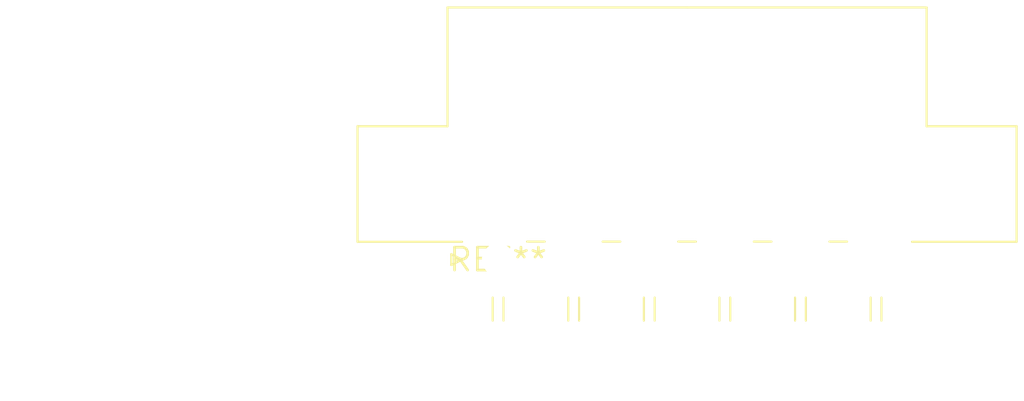
<source format=kicad_pcb>
(kicad_pcb (version 20240108) (generator pcbnew)
  (layers (0 "F.Cu" signal) (31 "B.Cu" signal) (34 "B.Paste" user) (35 "F.Paste" user) (36 "B.SilkS" user "B.Silkscreen") (37 "F.SilkS" user "F.Silkscreen") (38 "B.Mask" user) (39 "F.Mask" user) (44 "Edge.Cuts" user))
  (net 0 "")
  (footprint "Molex_Mini-Fit_Jr_5569-12A1_2x06_P4.20mm_Horizontal" (layer "F.Cu") (at 0 0)
    (property "Reference" "REF**")
    (property "Value" "Molex_Mini-Fit_Jr_5569-12A1_2x06_P4.20mm_Horizontal")
    (fp_line (start -7.81 -7.41) (end -7.81 -0.99) (layer "F.SilkS") (stroke (width 0.12)))
    (fp_line (start -7.81 -0.99) (end -2 -0.99) (layer "F.SilkS") (stroke (width 0.12)))
    (fp_line (start -2.81 -14.01) (end -2.81 -7.41) (layer "F.SilkS") (stroke (width 0.12)))
    (fp_line (start -2.81 -7.41) (end -7.81 -7.41) (layer "F.SilkS") (stroke (width 0.12)))
    (fp_line (start -2.6 -0.3) (end -2 0) (layer "F.SilkS") (stroke (width 0.12)))
    (fp_line (start -2.6 0.3) (end -2.6 -0.3) (layer "F.SilkS") (stroke (width 0.12)))
    (fp_line (start -2 0) (end -2.6 0.3) (layer "F.SilkS") (stroke (width 0.12)))
    (fp_line (start -0.3 2.11) (end -0.3 3.39) (layer "F.SilkS") (stroke (width 0.12)))
    (fp_line (start 0.3 2.11) (end 0.3 3.39) (layer "F.SilkS") (stroke (width 0.12)))
    (fp_line (start 1.61 -1) (end 2.59 -1) (layer "F.SilkS") (stroke (width 0.12)))
    (fp_line (start 3.9 2.11) (end 3.9 3.39) (layer "F.SilkS") (stroke (width 0.12)))
    (fp_line (start 4.5 2.11) (end 4.5 3.39) (layer "F.SilkS") (stroke (width 0.12)))
    (fp_line (start 5.81 -1) (end 6.79 -1) (layer "F.SilkS") (stroke (width 0.12)))
    (fp_line (start 8.1 2.11) (end 8.1 3.39) (layer "F.SilkS") (stroke (width 0.12)))
    (fp_line (start 8.7 2.11) (end 8.7 3.39) (layer "F.SilkS") (stroke (width 0.12)))
    (fp_line (start 10.01 -1) (end 10.99 -1) (layer "F.SilkS") (stroke (width 0.12)))
    (fp_line (start 10.5 -14.01) (end -2.81 -14.01) (layer "F.SilkS") (stroke (width 0.12)))
    (fp_line (start 10.5 -14.01) (end 23.81 -14.01) (layer "F.SilkS") (stroke (width 0.12)))
    (fp_line (start 12.3 2.11) (end 12.3 3.39) (layer "F.SilkS") (stroke (width 0.12)))
    (fp_line (start 12.9 2.11) (end 12.9 3.39) (layer "F.SilkS") (stroke (width 0.12)))
    (fp_line (start 14.21 -1) (end 15.19 -1) (layer "F.SilkS") (stroke (width 0.12)))
    (fp_line (start 16.5 2.11) (end 16.5 3.39) (layer "F.SilkS") (stroke (width 0.12)))
    (fp_line (start 17.1 2.11) (end 17.1 3.39) (layer "F.SilkS") (stroke (width 0.12)))
    (fp_line (start 18.41 -1) (end 19.39 -1) (layer "F.SilkS") (stroke (width 0.12)))
    (fp_line (start 20.7 2.11) (end 20.7 3.39) (layer "F.SilkS") (stroke (width 0.12)))
    (fp_line (start 21.3 2.11) (end 21.3 3.39) (layer "F.SilkS") (stroke (width 0.12)))
    (fp_line (start 23.81 -14.01) (end 23.81 -7.41) (layer "F.SilkS") (stroke (width 0.12)))
    (fp_line (start 23.81 -7.41) (end 28.81 -7.41) (layer "F.SilkS") (stroke (width 0.12)))
    (fp_line (start 28.81 -7.41) (end 28.81 -0.99) (layer "F.SilkS") (stroke (width 0.12)))
    (fp_line (start 28.81 -0.99) (end 23 -0.99) (layer "F.SilkS") (stroke (width 0.12)))
    (pad "" np_thru_hole circle (at -4.5 -4.2) (size 3.2 3.2) (drill 3.2) (layers *.Cu *.Mask))
    (pad "" np_thru_hole circle (at 25.5 -4.2) (size 3.2 3.2) (drill 3.2) (layers *.Cu *.Mask))
    (pad "1" thru_hole roundrect (at 0 0) (size 2.7 3.7) (drill 1.8) (layers *.Cu *.Mask) (remove_unused_layers) (roundrect_rratio 0.092593))
    (pad "2" thru_hole oval (at 4.2 0) (size 2.7 3.7) (drill 1.8) (layers *.Cu *.Mask) (remove_unused_layers))
    (pad "3" thru_hole oval (at 8.4 0) (size 2.7 3.7) (drill 1.8) (layers *.Cu *.Mask) (remove_unused_layers))
    (pad "4" thru_hole oval (at 12.6 0) (size 2.7 3.7) (drill 1.8) (layers *.Cu *.Mask) (remove_unused_layers))
    (pad "5" thru_hole oval (at 16.8 0) (size 2.7 3.7) (drill 1.8) (layers *.Cu *.Mask) (remove_unused_layers))
    (pad "6" thru_hole oval (at 21 0) (size 2.7 3.7) (drill 1.8) (layers *.Cu *.Mask) (remove_unused_layers))
    (pad "7" thru_hole oval (at 0 5.5) (size 2.7 3.7) (drill 1.8) (layers *.Cu *.Mask) (remove_unused_layers))
    (pad "8" thru_hole oval (at 4.2 5.5) (size 2.7 3.7) (drill 1.8) (layers *.Cu *.Mask) (remove_unused_layers))
    (pad "9" thru_hole oval (at 8.4 5.5) (size 2.7 3.7) (drill 1.8) (layers *.Cu *.Mask) (remove_unused_layers))
    (pad "10" thru_hole oval (at 12.6 5.5) (size 2.7 3.7) (drill 1.8) (layers *.Cu *.Mask) (remove_unused_layers))
    (pad "11" thru_hole oval (at 16.8 5.5) (size 2.7 3.7) (drill 1.8) (layers *.Cu *.Mask) (remove_unused_layers))
    (pad "12" thru_hole oval (at 21 5.5) (size 2.7 3.7) (drill 1.8) (layers *.Cu *.Mask) (remove_unused_layers))
  )
)
</source>
